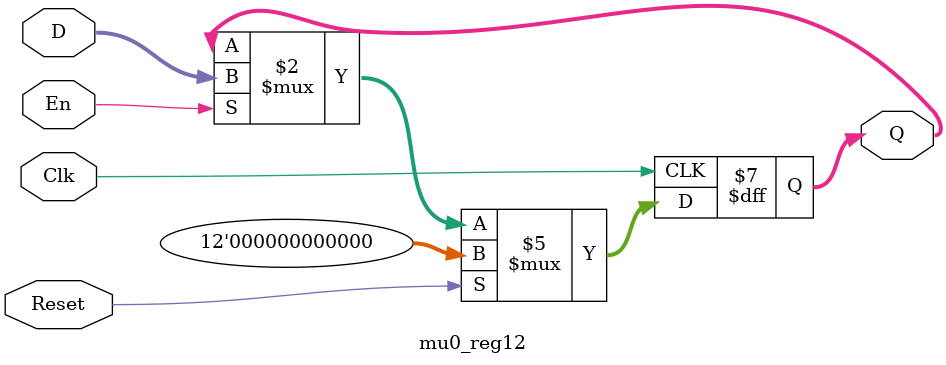
<source format=v>

`timescale 1ns/100ps

// for simulation purposes, do not delete
`default_nettype none

// module header

module mu0_reg12(input  wire        Clk, 
	             input  wire        Reset,     
			     input  wire        En, 
			     input  wire [11:0] D, 
			     output reg  [11:0] Q);

// behavioural code - clock driven

always @(posedge Clk)
    if (Reset)
        Q <= 12'h000;
    else if (En)
        Q <= D;

endmodule 

// for simulation purposes, do not delete
`default_nettype wire

</source>
